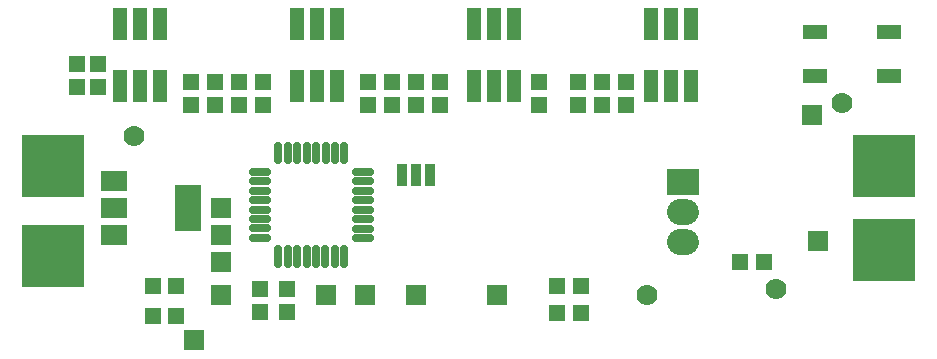
<source format=gts>
G04 ---------------------------- Layer name :TOP SOLDER LAYER*
G04 EasyEDA v5.5.11, Mon, 04 Jun 2018 22:37:14 GMT*
G04 4e3370736bcd402486d42fd13c25843b*
G04 Gerber Generator version 0.2*
G04 Scale: 100 percent, Rotated: No, Reflected: No *
G04 Dimensions in millimeters *
G04 leading zeros omitted , absolute positions ,3 integer and 3 decimal *
%FSLAX33Y33*%
%MOMM*%
G90*
G71D02*

%ADD13C,0.653212*%
%ADD17C,1.778254*%
%ADD18R,2.203196X4.003192*%
%ADD19R,2.203196X1.703197*%
%ADD20R,0.904240X1.902460*%
%ADD21R,2.003196X1.303198*%
%ADD22R,1.303198X2.703195*%
%ADD23R,1.409700X1.409700*%
%ADD24R,1.409700X1.410198*%
%ADD25R,1.409700X1.410208*%
%ADD26C,1.778000*%
%ADD27R,2.703195X2.203196*%
%ADD28R,1.778000X1.778000*%
%ADD29R,1.778000X1.778254*%
%ADD30R,1.778254X1.778254*%
%ADD31R,1.778254X1.778203*%
%ADD32R,2.203196X2.203196*%
%ADD33C,2.203196*%

%LPD*%
G54D33*
G01X57144Y11557D02*
G01X56647Y11557D01*
G01X57144Y14097D02*
G01X56647Y14097D01*
G54D13*
G01X28194Y9763D02*
G01X28194Y10962D01*
G01X27393Y9763D02*
G01X27393Y10962D01*
G01X26593Y9763D02*
G01X26593Y10962D01*
G01X25793Y9763D02*
G01X25793Y10962D01*
G01X24996Y9763D02*
G01X24996Y10962D01*
G01X24196Y9763D02*
G01X24196Y10962D01*
G01X23395Y9763D02*
G01X23395Y10962D01*
G01X22595Y9763D02*
G01X22595Y10962D01*
G01X21630Y11938D02*
G01X20431Y11938D01*
G01X21630Y12738D02*
G01X20431Y12738D01*
G01X21630Y13538D02*
G01X20431Y13538D01*
G01X21630Y14338D02*
G01X20431Y14338D01*
G01X21630Y15135D02*
G01X20431Y15135D01*
G01X21630Y15935D02*
G01X20431Y15935D01*
G01X21630Y16736D02*
G01X20431Y16736D01*
G01X21630Y17536D02*
G01X20431Y17536D01*
G01X22606Y18526D02*
G01X22606Y19725D01*
G01X23406Y18526D02*
G01X23406Y19725D01*
G01X24206Y18526D02*
G01X24206Y19725D01*
G01X25006Y18526D02*
G01X25006Y19725D01*
G01X25803Y18526D02*
G01X25803Y19725D01*
G01X26603Y18526D02*
G01X26603Y19725D01*
G01X27404Y18526D02*
G01X27404Y19725D01*
G01X28204Y18526D02*
G01X28204Y19725D01*
G01X30368Y17526D02*
G01X29169Y17526D01*
G01X30368Y16725D02*
G01X29169Y16725D01*
G01X30368Y15925D02*
G01X29169Y15925D01*
G01X30368Y15125D02*
G01X29169Y15125D01*
G01X30368Y14328D02*
G01X29169Y14328D01*
G01X30368Y13528D02*
G01X29169Y13528D01*
G01X30368Y12727D02*
G01X29169Y12727D01*
G01X30368Y11927D02*
G01X29169Y11927D01*
G54D17*
G01X64770Y7620D03*
G01X70358Y23368D03*
G54D18*
G01X14986Y14478D03*
G54D19*
G01X8685Y14478D03*
G01X8685Y12178D03*
G01X8685Y16777D03*
G54D20*
G01X33096Y17270D03*
G01X34290Y17270D03*
G01X35483Y17270D03*
G54D21*
G01X68070Y29371D03*
G01X68070Y25670D03*
G01X74270Y29371D03*
G01X74270Y25670D03*
G54D22*
G01X57580Y30031D03*
G01X55878Y30031D03*
G01X54179Y30031D03*
G01X57580Y24831D03*
G01X55880Y24831D03*
G01X54179Y24831D03*
G01X42593Y30031D03*
G01X40894Y30031D03*
G01X39194Y30031D03*
G01X42593Y24831D03*
G01X40894Y24831D03*
G01X39194Y24831D03*
G01X27608Y30031D03*
G01X25906Y30031D03*
G01X24207Y30031D03*
G01X27608Y24831D03*
G01X25908Y24831D03*
G01X24207Y24831D03*
G01X12621Y30031D03*
G01X10922Y30031D03*
G01X9222Y30031D03*
G01X12621Y24831D03*
G01X10922Y24831D03*
G01X9222Y24831D03*
G54D23*
G01X61723Y9904D03*
G01X63704Y9904D03*
G01X13971Y7872D03*
G01X11990Y7872D03*
G01X13971Y5332D03*
G01X11990Y5332D03*
G54D27*
G01X56896Y16637D03*
G54D28*
G01X26670Y7112D03*
G01X29972Y7112D03*
G01X34290Y7112D03*
G54D29*
G01X41148Y7112D03*
G54D28*
G01X17780Y7112D03*
G54D24*
G01X15241Y25147D03*
G54D23*
G01X15241Y23166D03*
G54D24*
G01X17273Y25147D03*
G54D23*
G01X17273Y23166D03*
G54D24*
G01X19305Y25147D03*
G54D23*
G01X19305Y23166D03*
G54D24*
G01X21337Y25147D03*
G54D23*
G01X21337Y23166D03*
G01X46226Y5589D03*
G01X48207Y5589D03*
G01X46226Y7875D03*
G01X48207Y7875D03*
G54D24*
G01X30227Y25147D03*
G54D23*
G01X30227Y23166D03*
G54D24*
G01X32259Y25147D03*
G54D23*
G01X32259Y23166D03*
G54D24*
G01X34291Y25147D03*
G54D23*
G01X34291Y23166D03*
G54D24*
G01X36323Y25147D03*
G54D23*
G01X36323Y23166D03*
G54D24*
G01X44705Y25147D03*
G54D23*
G01X44705Y23166D03*
G54D24*
G01X48007Y25147D03*
G54D23*
G01X48007Y23166D03*
G54D24*
G01X50039Y25147D03*
G54D23*
G01X50039Y23166D03*
G54D24*
G01X52071Y25147D03*
G54D23*
G01X52071Y23166D03*
G54D25*
G01X5589Y26671D03*
G54D23*
G01X5589Y24690D03*
G54D25*
G01X7367Y26668D03*
G54D23*
G01X7367Y24687D03*
G01X23371Y7618D03*
G01X23371Y5637D03*
G01X21083Y7618D03*
G01X21083Y5637D03*
G54D26*
G01X10414Y20574D03*
G54D17*
G01X53848Y7112D03*
G54D30*
G01X67818Y22352D03*
G54D31*
G01X17780Y14478D03*
G54D30*
G01X17780Y12192D03*
G01X68326Y11684D03*
G01X17780Y9906D03*
G01X15494Y3302D03*
G54D32*
G01X3556Y18034D03*
G01X5080Y18034D03*
G01X2032Y18034D03*
G01X3556Y16510D03*
G01X5080Y16510D03*
G01X2032Y16510D03*
G01X3556Y19558D03*
G01X5080Y19558D03*
G01X2032Y19558D03*
G01X3556Y10414D03*
G01X5080Y10414D03*
G01X2032Y10414D03*
G01X3556Y8890D03*
G01X5080Y8890D03*
G01X2032Y8890D03*
G01X3556Y11938D03*
G01X5080Y11938D03*
G01X2032Y11938D03*
G01X73914Y10922D03*
G01X75438Y10922D03*
G01X72390Y10922D03*
G01X73914Y9398D03*
G01X75438Y9398D03*
G01X72390Y9398D03*
G01X73914Y12446D03*
G01X75438Y12446D03*
G01X72390Y12446D03*
G01X73914Y18034D03*
G01X75438Y18034D03*
G01X72390Y18034D03*
G01X73914Y16510D03*
G01X75438Y16510D03*
G01X72390Y16510D03*
G01X73914Y19558D03*
G01X75438Y19558D03*
G01X72390Y19558D03*
M00*
M02*

</source>
